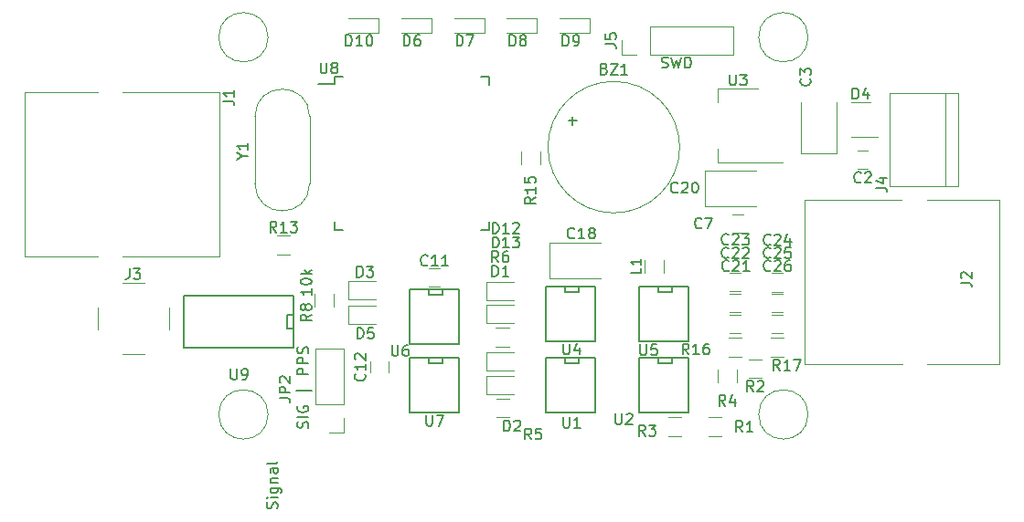
<source format=gto>
G04 #@! TF.GenerationSoftware,KiCad,Pcbnew,5.0.1*
G04 #@! TF.CreationDate,2019-03-19T18:21:43+03:00*
G04 #@! TF.ProjectId,gps-timestamper,6770732D74696D657374616D7065722E,rev?*
G04 #@! TF.SameCoordinates,Original*
G04 #@! TF.FileFunction,Legend,Top*
G04 #@! TF.FilePolarity,Positive*
%FSLAX46Y46*%
G04 Gerber Fmt 4.6, Leading zero omitted, Abs format (unit mm)*
G04 Created by KiCad (PCBNEW 5.0.1) date Вт 19 мар 2019 18:21:43*
%MOMM*%
%LPD*%
G01*
G04 APERTURE LIST*
%ADD10C,0.200000*%
%ADD11C,0.150000*%
%ADD12C,0.120000*%
G04 APERTURE END LIST*
D10*
X43954761Y-61738095D02*
X44002380Y-61595238D01*
X44002380Y-61357142D01*
X43954761Y-61261904D01*
X43907142Y-61214285D01*
X43811904Y-61166666D01*
X43716666Y-61166666D01*
X43621428Y-61214285D01*
X43573809Y-61261904D01*
X43526190Y-61357142D01*
X43478571Y-61547619D01*
X43430952Y-61642857D01*
X43383333Y-61690476D01*
X43288095Y-61738095D01*
X43192857Y-61738095D01*
X43097619Y-61690476D01*
X43050000Y-61642857D01*
X43002380Y-61547619D01*
X43002380Y-61309523D01*
X43050000Y-61166666D01*
X44002380Y-60738095D02*
X43002380Y-60738095D01*
X43050000Y-59738095D02*
X43002380Y-59833333D01*
X43002380Y-59976190D01*
X43050000Y-60119047D01*
X43145238Y-60214285D01*
X43240476Y-60261904D01*
X43430952Y-60309523D01*
X43573809Y-60309523D01*
X43764285Y-60261904D01*
X43859523Y-60214285D01*
X43954761Y-60119047D01*
X44002380Y-59976190D01*
X44002380Y-59880952D01*
X43954761Y-59738095D01*
X43907142Y-59690476D01*
X43573809Y-59690476D01*
X43573809Y-59880952D01*
X44335714Y-58261904D02*
X42907142Y-58261904D01*
X44002380Y-56785714D02*
X43002380Y-56785714D01*
X43002380Y-56404761D01*
X43050000Y-56309523D01*
X43097619Y-56261904D01*
X43192857Y-56214285D01*
X43335714Y-56214285D01*
X43430952Y-56261904D01*
X43478571Y-56309523D01*
X43526190Y-56404761D01*
X43526190Y-56785714D01*
X44002380Y-55785714D02*
X43002380Y-55785714D01*
X43002380Y-55404761D01*
X43050000Y-55309523D01*
X43097619Y-55261904D01*
X43192857Y-55214285D01*
X43335714Y-55214285D01*
X43430952Y-55261904D01*
X43478571Y-55309523D01*
X43526190Y-55404761D01*
X43526190Y-55785714D01*
X43954761Y-54833333D02*
X44002380Y-54690476D01*
X44002380Y-54452380D01*
X43954761Y-54357142D01*
X43907142Y-54309523D01*
X43811904Y-54261904D01*
X43716666Y-54261904D01*
X43621428Y-54309523D01*
X43573809Y-54357142D01*
X43526190Y-54452380D01*
X43478571Y-54642857D01*
X43430952Y-54738095D01*
X43383333Y-54785714D01*
X43288095Y-54833333D01*
X43192857Y-54833333D01*
X43097619Y-54785714D01*
X43050000Y-54738095D01*
X43002380Y-54642857D01*
X43002380Y-54404761D01*
X43050000Y-54261904D01*
X41114761Y-69222857D02*
X41162380Y-69080000D01*
X41162380Y-68841904D01*
X41114761Y-68746666D01*
X41067142Y-68699047D01*
X40971904Y-68651428D01*
X40876666Y-68651428D01*
X40781428Y-68699047D01*
X40733809Y-68746666D01*
X40686190Y-68841904D01*
X40638571Y-69032380D01*
X40590952Y-69127619D01*
X40543333Y-69175238D01*
X40448095Y-69222857D01*
X40352857Y-69222857D01*
X40257619Y-69175238D01*
X40210000Y-69127619D01*
X40162380Y-69032380D01*
X40162380Y-68794285D01*
X40210000Y-68651428D01*
X41162380Y-68222857D02*
X40495714Y-68222857D01*
X40162380Y-68222857D02*
X40210000Y-68270476D01*
X40257619Y-68222857D01*
X40210000Y-68175238D01*
X40162380Y-68222857D01*
X40257619Y-68222857D01*
X40495714Y-67318095D02*
X41305238Y-67318095D01*
X41400476Y-67365714D01*
X41448095Y-67413333D01*
X41495714Y-67508571D01*
X41495714Y-67651428D01*
X41448095Y-67746666D01*
X41114761Y-67318095D02*
X41162380Y-67413333D01*
X41162380Y-67603809D01*
X41114761Y-67699047D01*
X41067142Y-67746666D01*
X40971904Y-67794285D01*
X40686190Y-67794285D01*
X40590952Y-67746666D01*
X40543333Y-67699047D01*
X40495714Y-67603809D01*
X40495714Y-67413333D01*
X40543333Y-67318095D01*
X40495714Y-66841904D02*
X41162380Y-66841904D01*
X40590952Y-66841904D02*
X40543333Y-66794285D01*
X40495714Y-66699047D01*
X40495714Y-66556190D01*
X40543333Y-66460952D01*
X40638571Y-66413333D01*
X41162380Y-66413333D01*
X41162380Y-65508571D02*
X40638571Y-65508571D01*
X40543333Y-65556190D01*
X40495714Y-65651428D01*
X40495714Y-65841904D01*
X40543333Y-65937142D01*
X41114761Y-65508571D02*
X41162380Y-65603809D01*
X41162380Y-65841904D01*
X41114761Y-65937142D01*
X41019523Y-65984761D01*
X40924285Y-65984761D01*
X40829047Y-65937142D01*
X40781428Y-65841904D01*
X40781428Y-65603809D01*
X40733809Y-65508571D01*
X41162380Y-64889523D02*
X41114761Y-64984761D01*
X41019523Y-65032380D01*
X40162380Y-65032380D01*
D11*
G04 #@! TO.C,U8*
X46475000Y-29150000D02*
X46475000Y-29800000D01*
X60725000Y-29150000D02*
X60725000Y-29910000D01*
X60725000Y-43400000D02*
X60725000Y-42640000D01*
X46475000Y-43400000D02*
X46475000Y-42640000D01*
X46475000Y-29150000D02*
X47235000Y-29150000D01*
X46475000Y-43400000D02*
X47235000Y-43400000D01*
X60725000Y-43400000D02*
X59965000Y-43400000D01*
X60725000Y-29150000D02*
X59965000Y-29150000D01*
X46475000Y-29800000D02*
X44950000Y-29800000D01*
D12*
G04 #@! TO.C,REF\002A\002A*
X90286000Y-60500000D02*
G75*
G03X90286000Y-60500000I-2286000J0D01*
G01*
X40286000Y-60500000D02*
G75*
G03X40286000Y-60500000I-2286000J0D01*
G01*
X90286000Y-25500000D02*
G75*
G03X90286000Y-25500000I-2286000J0D01*
G01*
G04 #@! TO.C,BZ1*
X78400000Y-35700000D02*
G75*
G03X78400000Y-35700000I-6100000J0D01*
G01*
G04 #@! TO.C,C2*
X94850000Y-37750000D02*
X95850000Y-37750000D01*
X95850000Y-36050000D02*
X94850000Y-36050000D01*
G04 #@! TO.C,C3*
X89650000Y-36300000D02*
X89650000Y-31550000D01*
X92950000Y-36300000D02*
X92950000Y-31550000D01*
X89650000Y-36300000D02*
X92950000Y-36300000D01*
G04 #@! TO.C,C7*
X84300000Y-41950000D02*
X83300000Y-41950000D01*
X83300000Y-43650000D02*
X84300000Y-43650000D01*
G04 #@! TO.C,C11*
X56200000Y-46900000D02*
X55200000Y-46900000D01*
X55200000Y-48600000D02*
X56200000Y-48600000D01*
G04 #@! TO.C,C12*
X49750000Y-55600000D02*
X49750000Y-56600000D01*
X51450000Y-56600000D02*
X51450000Y-55600000D01*
G04 #@! TO.C,C18*
X66340000Y-44600000D02*
X71090000Y-44600000D01*
X66340000Y-47900000D02*
X71090000Y-47900000D01*
X66340000Y-44600000D02*
X66340000Y-47900000D01*
G04 #@! TO.C,C20*
X80700000Y-37850000D02*
X85450000Y-37850000D01*
X80700000Y-41150000D02*
X85450000Y-41150000D01*
X80700000Y-37850000D02*
X80700000Y-41150000D01*
G04 #@! TO.C,D3*
X47750000Y-48150000D02*
X47750000Y-49850000D01*
X47750000Y-49850000D02*
X50300000Y-49850000D01*
X47750000Y-48150000D02*
X50300000Y-48150000D01*
G04 #@! TO.C,D4*
X96050000Y-31540000D02*
X94250000Y-31540000D01*
X94250000Y-34760000D02*
X96700000Y-34760000D01*
G04 #@! TO.C,D5*
X47750000Y-50400000D02*
X47750000Y-52100000D01*
X47750000Y-52100000D02*
X50300000Y-52100000D01*
X47750000Y-50400000D02*
X50300000Y-50400000D01*
G04 #@! TO.C,D6*
X55400000Y-25100000D02*
X55400000Y-23700000D01*
X55400000Y-23700000D02*
X52600000Y-23700000D01*
X55400000Y-25100000D02*
X52600000Y-25100000D01*
G04 #@! TO.C,D7*
X60300000Y-25100000D02*
X60300000Y-23700000D01*
X60300000Y-23700000D02*
X57500000Y-23700000D01*
X60300000Y-25100000D02*
X57500000Y-25100000D01*
G04 #@! TO.C,D8*
X65200000Y-25100000D02*
X65200000Y-23700000D01*
X65200000Y-23700000D02*
X62400000Y-23700000D01*
X65200000Y-25100000D02*
X62400000Y-25100000D01*
G04 #@! TO.C,D9*
X70100000Y-25100000D02*
X70100000Y-23700000D01*
X70100000Y-23700000D02*
X67300000Y-23700000D01*
X70100000Y-25100000D02*
X67300000Y-25100000D01*
G04 #@! TO.C,D10*
X50500000Y-25100000D02*
X50500000Y-23700000D01*
X50500000Y-23700000D02*
X47700000Y-23700000D01*
X50500000Y-25100000D02*
X47700000Y-25100000D01*
G04 #@! TO.C,J1*
X17780000Y-30580000D02*
X17780000Y-45820000D01*
X35810000Y-45820000D02*
X26820000Y-45810000D01*
X35810000Y-45820000D02*
X35810000Y-30580000D01*
X35810000Y-30580000D02*
X26810000Y-30580000D01*
X24480000Y-45810000D02*
X17780000Y-45820000D01*
X24490000Y-30580000D02*
X17780000Y-30580000D01*
G04 #@! TO.C,J5*
X75670000Y-27130000D02*
X83350000Y-27130000D01*
X83350000Y-27130000D02*
X83350000Y-24470000D01*
X83350000Y-24470000D02*
X75670000Y-24470000D01*
X75670000Y-24470000D02*
X75670000Y-27130000D01*
X74400000Y-27130000D02*
X73070000Y-27130000D01*
X73070000Y-27130000D02*
X73070000Y-25800000D01*
G04 #@! TO.C,L1*
X76930000Y-46150000D02*
X76930000Y-47350000D01*
X75170000Y-47350000D02*
X75170000Y-46150000D01*
G04 #@! TO.C,R8*
X46380000Y-49300000D02*
X46380000Y-50500000D01*
X44620000Y-50500000D02*
X44620000Y-49300000D01*
G04 #@! TO.C,R13*
X42300000Y-45680000D02*
X41100000Y-45680000D01*
X41100000Y-43920000D02*
X42300000Y-43920000D01*
G04 #@! TO.C,R15*
X65480000Y-36100000D02*
X65480000Y-37300000D01*
X63720000Y-37300000D02*
X63720000Y-36100000D01*
G04 #@! TO.C,U3*
X81890000Y-30290000D02*
X81890000Y-31550000D01*
X81890000Y-37110000D02*
X81890000Y-35850000D01*
X85650000Y-30290000D02*
X81890000Y-30290000D01*
X87900000Y-37110000D02*
X81890000Y-37110000D01*
G04 #@! TO.C,Y1*
X44125000Y-32840000D02*
X44125000Y-39090000D01*
X39075000Y-32840000D02*
X39075000Y-39090000D01*
X39075000Y-32840000D02*
G75*
G02X44125000Y-32840000I2525000J0D01*
G01*
X39075000Y-39090000D02*
G75*
G03X44125000Y-39090000I2525000J0D01*
G01*
G04 #@! TO.C,REF\002A\002A*
X40286000Y-25500000D02*
G75*
G03X40286000Y-25500000I-2286000J0D01*
G01*
G04 #@! TO.C,C21*
X83050000Y-52950000D02*
X84050000Y-52950000D01*
X84050000Y-51250000D02*
X83050000Y-51250000D01*
G04 #@! TO.C,C22*
X83050000Y-51000000D02*
X84050000Y-51000000D01*
X84050000Y-49300000D02*
X83050000Y-49300000D01*
G04 #@! TO.C,C23*
X83050000Y-49050000D02*
X84050000Y-49050000D01*
X84050000Y-47350000D02*
X83050000Y-47350000D01*
G04 #@! TO.C,C24*
X87950000Y-47400000D02*
X86950000Y-47400000D01*
X86950000Y-49100000D02*
X87950000Y-49100000D01*
G04 #@! TO.C,C25*
X87950000Y-49300000D02*
X86950000Y-49300000D01*
X86950000Y-51000000D02*
X87950000Y-51000000D01*
G04 #@! TO.C,C26*
X87950000Y-51250000D02*
X86950000Y-51250000D01*
X86950000Y-52950000D02*
X87950000Y-52950000D01*
G04 #@! TO.C,J2*
X108020000Y-55820000D02*
X108020000Y-40580000D01*
X89990000Y-40580000D02*
X98980000Y-40590000D01*
X89990000Y-40580000D02*
X89990000Y-55820000D01*
X89990000Y-55820000D02*
X98990000Y-55820000D01*
X101320000Y-40590000D02*
X108020000Y-40580000D01*
X101310000Y-55820000D02*
X108020000Y-55820000D01*
G04 #@! TO.C,J4*
X104230000Y-39350000D02*
X104230000Y-30650000D01*
X97820000Y-39350000D02*
X97820000Y-30650000D01*
X97820000Y-30650000D02*
X104230000Y-30650000D01*
X103000000Y-30650000D02*
X103000000Y-39350000D01*
X104230000Y-39350000D02*
X97820000Y-39350000D01*
G04 #@! TO.C,R16*
X82950000Y-53370000D02*
X84150000Y-53370000D01*
X84150000Y-55130000D02*
X82950000Y-55130000D01*
G04 #@! TO.C,R17*
X86850000Y-53370000D02*
X88050000Y-53370000D01*
X88050000Y-55130000D02*
X86850000Y-55130000D01*
G04 #@! TO.C,J3*
X26800000Y-48300000D02*
X28800000Y-48300000D01*
X26800000Y-54900000D02*
X28800000Y-54900000D01*
X31100000Y-50600000D02*
X31100000Y-52600000D01*
X24500000Y-50600000D02*
X24500000Y-52600000D01*
D11*
G04 #@! TO.C,U9*
X32520000Y-54286000D02*
X32520000Y-49460000D01*
X32520000Y-49460000D02*
X42680000Y-49460000D01*
X42680000Y-49460000D02*
X42680000Y-54286000D01*
X42680000Y-54286000D02*
X32520000Y-54286000D01*
X42680000Y-52508000D02*
X42045000Y-52508000D01*
X42045000Y-52508000D02*
X42045000Y-51238000D01*
X42045000Y-51238000D02*
X42680000Y-51238000D01*
D12*
G04 #@! TO.C,JP2*
X47310000Y-59550000D02*
X47310000Y-54410000D01*
X47310000Y-54410000D02*
X44650000Y-54410000D01*
X44650000Y-54410000D02*
X44650000Y-59550000D01*
X44650000Y-59550000D02*
X47310000Y-59550000D01*
X47310000Y-60820000D02*
X47310000Y-62150000D01*
X47310000Y-62150000D02*
X45980000Y-62150000D01*
D11*
G04 #@! TO.C,U6*
X57986000Y-48860000D02*
X57986000Y-53940000D01*
X57986000Y-53940000D02*
X53414000Y-53940000D01*
X53414000Y-53940000D02*
X53414000Y-48860000D01*
X53414000Y-48860000D02*
X57986000Y-48860000D01*
X56462000Y-48860000D02*
X56462000Y-49368000D01*
X56462000Y-49368000D02*
X55192000Y-49368000D01*
X55192000Y-49368000D02*
X55192000Y-48860000D01*
G04 #@! TO.C,U7*
X57986000Y-55210000D02*
X57986000Y-60290000D01*
X57986000Y-60290000D02*
X53414000Y-60290000D01*
X53414000Y-60290000D02*
X53414000Y-55210000D01*
X53414000Y-55210000D02*
X57986000Y-55210000D01*
X56462000Y-55210000D02*
X56462000Y-55718000D01*
X56462000Y-55718000D02*
X55192000Y-55718000D01*
X55192000Y-55718000D02*
X55192000Y-55210000D01*
D12*
G04 #@! TO.C,D1*
X60526800Y-54725200D02*
X60526800Y-56425200D01*
X60526800Y-56425200D02*
X63076800Y-56425200D01*
X60526800Y-54725200D02*
X63076800Y-54725200D01*
G04 #@! TO.C,D2*
X60526800Y-56909600D02*
X60526800Y-58609600D01*
X60526800Y-58609600D02*
X63076800Y-58609600D01*
X60526800Y-56909600D02*
X63076800Y-56909600D01*
G04 #@! TO.C,D12*
X60476000Y-48172000D02*
X63026000Y-48172000D01*
X60476000Y-49872000D02*
X63026000Y-49872000D01*
X60476000Y-48172000D02*
X60476000Y-49872000D01*
G04 #@! TO.C,D13*
X60476000Y-50356400D02*
X63026000Y-50356400D01*
X60476000Y-52056400D02*
X63026000Y-52056400D01*
X60476000Y-50356400D02*
X60476000Y-52056400D01*
G04 #@! TO.C,R1*
X81050800Y-60740400D02*
X82250800Y-60740400D01*
X82250800Y-62500400D02*
X81050800Y-62500400D01*
G04 #@! TO.C,R2*
X86010000Y-57141000D02*
X84810000Y-57141000D01*
X84810000Y-55381000D02*
X86010000Y-55381000D01*
G04 #@! TO.C,R3*
X77342400Y-60740400D02*
X78542400Y-60740400D01*
X78542400Y-62500400D02*
X77342400Y-62500400D01*
G04 #@! TO.C,R4*
X81924000Y-57557000D02*
X81924000Y-56357000D01*
X83684000Y-56357000D02*
X83684000Y-57557000D01*
G04 #@! TO.C,R5*
X62626800Y-60773200D02*
X61426800Y-60773200D01*
X61426800Y-59013200D02*
X62626800Y-59013200D01*
G04 #@! TO.C,R6*
X61391200Y-52460000D02*
X62591200Y-52460000D01*
X62591200Y-54220000D02*
X61391200Y-54220000D01*
D11*
G04 #@! TO.C,U1*
X70561200Y-55270400D02*
X70561200Y-60350400D01*
X70561200Y-60350400D02*
X65989200Y-60350400D01*
X65989200Y-60350400D02*
X65989200Y-55270400D01*
X65989200Y-55270400D02*
X70561200Y-55270400D01*
X69037200Y-55270400D02*
X69037200Y-55778400D01*
X69037200Y-55778400D02*
X67767200Y-55778400D01*
X67767200Y-55778400D02*
X67767200Y-55270400D01*
G04 #@! TO.C,U2*
X76454000Y-55778400D02*
X76454000Y-55270400D01*
X77724000Y-55778400D02*
X76454000Y-55778400D01*
X77724000Y-55270400D02*
X77724000Y-55778400D01*
X74676000Y-55270400D02*
X79248000Y-55270400D01*
X74676000Y-60350400D02*
X74676000Y-55270400D01*
X79248000Y-60350400D02*
X74676000Y-60350400D01*
X79248000Y-55270400D02*
X79248000Y-60350400D01*
G04 #@! TO.C,U4*
X70561200Y-48615600D02*
X70561200Y-53695600D01*
X70561200Y-53695600D02*
X65989200Y-53695600D01*
X65989200Y-53695600D02*
X65989200Y-48615600D01*
X65989200Y-48615600D02*
X70561200Y-48615600D01*
X69037200Y-48615600D02*
X69037200Y-49123600D01*
X69037200Y-49123600D02*
X67767200Y-49123600D01*
X67767200Y-49123600D02*
X67767200Y-48615600D01*
G04 #@! TO.C,U5*
X76454000Y-49174400D02*
X76454000Y-48666400D01*
X77724000Y-49174400D02*
X76454000Y-49174400D01*
X77724000Y-48666400D02*
X77724000Y-49174400D01*
X74676000Y-48666400D02*
X79248000Y-48666400D01*
X74676000Y-53746400D02*
X74676000Y-48666400D01*
X79248000Y-53746400D02*
X74676000Y-53746400D01*
X79248000Y-48666400D02*
X79248000Y-53746400D01*
G04 #@! TO.C,U8*
X45138095Y-27852380D02*
X45138095Y-28661904D01*
X45185714Y-28757142D01*
X45233333Y-28804761D01*
X45328571Y-28852380D01*
X45519047Y-28852380D01*
X45614285Y-28804761D01*
X45661904Y-28757142D01*
X45709523Y-28661904D01*
X45709523Y-27852380D01*
X46328571Y-28280952D02*
X46233333Y-28233333D01*
X46185714Y-28185714D01*
X46138095Y-28090476D01*
X46138095Y-28042857D01*
X46185714Y-27947619D01*
X46233333Y-27900000D01*
X46328571Y-27852380D01*
X46519047Y-27852380D01*
X46614285Y-27900000D01*
X46661904Y-27947619D01*
X46709523Y-28042857D01*
X46709523Y-28090476D01*
X46661904Y-28185714D01*
X46614285Y-28233333D01*
X46519047Y-28280952D01*
X46328571Y-28280952D01*
X46233333Y-28328571D01*
X46185714Y-28376190D01*
X46138095Y-28471428D01*
X46138095Y-28661904D01*
X46185714Y-28757142D01*
X46233333Y-28804761D01*
X46328571Y-28852380D01*
X46519047Y-28852380D01*
X46614285Y-28804761D01*
X46661904Y-28757142D01*
X46709523Y-28661904D01*
X46709523Y-28471428D01*
X46661904Y-28376190D01*
X46614285Y-28328571D01*
X46519047Y-28280952D01*
G04 #@! TO.C,BZ1*
X71419047Y-28428571D02*
X71561904Y-28476190D01*
X71609523Y-28523809D01*
X71657142Y-28619047D01*
X71657142Y-28761904D01*
X71609523Y-28857142D01*
X71561904Y-28904761D01*
X71466666Y-28952380D01*
X71085714Y-28952380D01*
X71085714Y-27952380D01*
X71419047Y-27952380D01*
X71514285Y-28000000D01*
X71561904Y-28047619D01*
X71609523Y-28142857D01*
X71609523Y-28238095D01*
X71561904Y-28333333D01*
X71514285Y-28380952D01*
X71419047Y-28428571D01*
X71085714Y-28428571D01*
X71990476Y-27952380D02*
X72657142Y-27952380D01*
X71990476Y-28952380D01*
X72657142Y-28952380D01*
X73561904Y-28952380D02*
X72990476Y-28952380D01*
X73276190Y-28952380D02*
X73276190Y-27952380D01*
X73180952Y-28095238D01*
X73085714Y-28190476D01*
X72990476Y-28238095D01*
X68109047Y-33231428D02*
X68870952Y-33231428D01*
X68490000Y-33612380D02*
X68490000Y-32850476D01*
G04 #@! TO.C,C2*
X95183333Y-38907142D02*
X95135714Y-38954761D01*
X94992857Y-39002380D01*
X94897619Y-39002380D01*
X94754761Y-38954761D01*
X94659523Y-38859523D01*
X94611904Y-38764285D01*
X94564285Y-38573809D01*
X94564285Y-38430952D01*
X94611904Y-38240476D01*
X94659523Y-38145238D01*
X94754761Y-38050000D01*
X94897619Y-38002380D01*
X94992857Y-38002380D01*
X95135714Y-38050000D01*
X95183333Y-38097619D01*
X95564285Y-38097619D02*
X95611904Y-38050000D01*
X95707142Y-38002380D01*
X95945238Y-38002380D01*
X96040476Y-38050000D01*
X96088095Y-38097619D01*
X96135714Y-38192857D01*
X96135714Y-38288095D01*
X96088095Y-38430952D01*
X95516666Y-39002380D01*
X96135714Y-39002380D01*
G04 #@! TO.C,C3*
X90457142Y-29366666D02*
X90504761Y-29414285D01*
X90552380Y-29557142D01*
X90552380Y-29652380D01*
X90504761Y-29795238D01*
X90409523Y-29890476D01*
X90314285Y-29938095D01*
X90123809Y-29985714D01*
X89980952Y-29985714D01*
X89790476Y-29938095D01*
X89695238Y-29890476D01*
X89600000Y-29795238D01*
X89552380Y-29652380D01*
X89552380Y-29557142D01*
X89600000Y-29414285D01*
X89647619Y-29366666D01*
X89552380Y-29033333D02*
X89552380Y-28414285D01*
X89933333Y-28747619D01*
X89933333Y-28604761D01*
X89980952Y-28509523D01*
X90028571Y-28461904D01*
X90123809Y-28414285D01*
X90361904Y-28414285D01*
X90457142Y-28461904D01*
X90504761Y-28509523D01*
X90552380Y-28604761D01*
X90552380Y-28890476D01*
X90504761Y-28985714D01*
X90457142Y-29033333D01*
G04 #@! TO.C,C7*
X80433333Y-43157142D02*
X80385714Y-43204761D01*
X80242857Y-43252380D01*
X80147619Y-43252380D01*
X80004761Y-43204761D01*
X79909523Y-43109523D01*
X79861904Y-43014285D01*
X79814285Y-42823809D01*
X79814285Y-42680952D01*
X79861904Y-42490476D01*
X79909523Y-42395238D01*
X80004761Y-42300000D01*
X80147619Y-42252380D01*
X80242857Y-42252380D01*
X80385714Y-42300000D01*
X80433333Y-42347619D01*
X80766666Y-42252380D02*
X81433333Y-42252380D01*
X81004761Y-43252380D01*
G04 #@! TO.C,C11*
X55057142Y-46607142D02*
X55009523Y-46654761D01*
X54866666Y-46702380D01*
X54771428Y-46702380D01*
X54628571Y-46654761D01*
X54533333Y-46559523D01*
X54485714Y-46464285D01*
X54438095Y-46273809D01*
X54438095Y-46130952D01*
X54485714Y-45940476D01*
X54533333Y-45845238D01*
X54628571Y-45750000D01*
X54771428Y-45702380D01*
X54866666Y-45702380D01*
X55009523Y-45750000D01*
X55057142Y-45797619D01*
X56009523Y-46702380D02*
X55438095Y-46702380D01*
X55723809Y-46702380D02*
X55723809Y-45702380D01*
X55628571Y-45845238D01*
X55533333Y-45940476D01*
X55438095Y-45988095D01*
X56961904Y-46702380D02*
X56390476Y-46702380D01*
X56676190Y-46702380D02*
X56676190Y-45702380D01*
X56580952Y-45845238D01*
X56485714Y-45940476D01*
X56390476Y-45988095D01*
G04 #@! TO.C,C12*
X49207142Y-56742857D02*
X49254761Y-56790476D01*
X49302380Y-56933333D01*
X49302380Y-57028571D01*
X49254761Y-57171428D01*
X49159523Y-57266666D01*
X49064285Y-57314285D01*
X48873809Y-57361904D01*
X48730952Y-57361904D01*
X48540476Y-57314285D01*
X48445238Y-57266666D01*
X48350000Y-57171428D01*
X48302380Y-57028571D01*
X48302380Y-56933333D01*
X48350000Y-56790476D01*
X48397619Y-56742857D01*
X49302380Y-55790476D02*
X49302380Y-56361904D01*
X49302380Y-56076190D02*
X48302380Y-56076190D01*
X48445238Y-56171428D01*
X48540476Y-56266666D01*
X48588095Y-56361904D01*
X48397619Y-55409523D02*
X48350000Y-55361904D01*
X48302380Y-55266666D01*
X48302380Y-55028571D01*
X48350000Y-54933333D01*
X48397619Y-54885714D01*
X48492857Y-54838095D01*
X48588095Y-54838095D01*
X48730952Y-54885714D01*
X49302380Y-55457142D01*
X49302380Y-54838095D01*
G04 #@! TO.C,C18*
X68647142Y-44082142D02*
X68599523Y-44129761D01*
X68456666Y-44177380D01*
X68361428Y-44177380D01*
X68218571Y-44129761D01*
X68123333Y-44034523D01*
X68075714Y-43939285D01*
X68028095Y-43748809D01*
X68028095Y-43605952D01*
X68075714Y-43415476D01*
X68123333Y-43320238D01*
X68218571Y-43225000D01*
X68361428Y-43177380D01*
X68456666Y-43177380D01*
X68599523Y-43225000D01*
X68647142Y-43272619D01*
X69599523Y-44177380D02*
X69028095Y-44177380D01*
X69313809Y-44177380D02*
X69313809Y-43177380D01*
X69218571Y-43320238D01*
X69123333Y-43415476D01*
X69028095Y-43463095D01*
X70170952Y-43605952D02*
X70075714Y-43558333D01*
X70028095Y-43510714D01*
X69980476Y-43415476D01*
X69980476Y-43367857D01*
X70028095Y-43272619D01*
X70075714Y-43225000D01*
X70170952Y-43177380D01*
X70361428Y-43177380D01*
X70456666Y-43225000D01*
X70504285Y-43272619D01*
X70551904Y-43367857D01*
X70551904Y-43415476D01*
X70504285Y-43510714D01*
X70456666Y-43558333D01*
X70361428Y-43605952D01*
X70170952Y-43605952D01*
X70075714Y-43653571D01*
X70028095Y-43701190D01*
X69980476Y-43796428D01*
X69980476Y-43986904D01*
X70028095Y-44082142D01*
X70075714Y-44129761D01*
X70170952Y-44177380D01*
X70361428Y-44177380D01*
X70456666Y-44129761D01*
X70504285Y-44082142D01*
X70551904Y-43986904D01*
X70551904Y-43796428D01*
X70504285Y-43701190D01*
X70456666Y-43653571D01*
X70361428Y-43605952D01*
G04 #@! TO.C,C20*
X78207142Y-39857142D02*
X78159523Y-39904761D01*
X78016666Y-39952380D01*
X77921428Y-39952380D01*
X77778571Y-39904761D01*
X77683333Y-39809523D01*
X77635714Y-39714285D01*
X77588095Y-39523809D01*
X77588095Y-39380952D01*
X77635714Y-39190476D01*
X77683333Y-39095238D01*
X77778571Y-39000000D01*
X77921428Y-38952380D01*
X78016666Y-38952380D01*
X78159523Y-39000000D01*
X78207142Y-39047619D01*
X78588095Y-39047619D02*
X78635714Y-39000000D01*
X78730952Y-38952380D01*
X78969047Y-38952380D01*
X79064285Y-39000000D01*
X79111904Y-39047619D01*
X79159523Y-39142857D01*
X79159523Y-39238095D01*
X79111904Y-39380952D01*
X78540476Y-39952380D01*
X79159523Y-39952380D01*
X79778571Y-38952380D02*
X79873809Y-38952380D01*
X79969047Y-39000000D01*
X80016666Y-39047619D01*
X80064285Y-39142857D01*
X80111904Y-39333333D01*
X80111904Y-39571428D01*
X80064285Y-39761904D01*
X80016666Y-39857142D01*
X79969047Y-39904761D01*
X79873809Y-39952380D01*
X79778571Y-39952380D01*
X79683333Y-39904761D01*
X79635714Y-39857142D01*
X79588095Y-39761904D01*
X79540476Y-39571428D01*
X79540476Y-39333333D01*
X79588095Y-39142857D01*
X79635714Y-39047619D01*
X79683333Y-39000000D01*
X79778571Y-38952380D01*
G04 #@! TO.C,D3*
X48511904Y-47752380D02*
X48511904Y-46752380D01*
X48750000Y-46752380D01*
X48892857Y-46800000D01*
X48988095Y-46895238D01*
X49035714Y-46990476D01*
X49083333Y-47180952D01*
X49083333Y-47323809D01*
X49035714Y-47514285D01*
X48988095Y-47609523D01*
X48892857Y-47704761D01*
X48750000Y-47752380D01*
X48511904Y-47752380D01*
X49416666Y-46752380D02*
X50035714Y-46752380D01*
X49702380Y-47133333D01*
X49845238Y-47133333D01*
X49940476Y-47180952D01*
X49988095Y-47228571D01*
X50035714Y-47323809D01*
X50035714Y-47561904D01*
X49988095Y-47657142D01*
X49940476Y-47704761D01*
X49845238Y-47752380D01*
X49559523Y-47752380D01*
X49464285Y-47704761D01*
X49416666Y-47657142D01*
G04 #@! TO.C,D4*
X94411904Y-31227380D02*
X94411904Y-30227380D01*
X94650000Y-30227380D01*
X94792857Y-30275000D01*
X94888095Y-30370238D01*
X94935714Y-30465476D01*
X94983333Y-30655952D01*
X94983333Y-30798809D01*
X94935714Y-30989285D01*
X94888095Y-31084523D01*
X94792857Y-31179761D01*
X94650000Y-31227380D01*
X94411904Y-31227380D01*
X95840476Y-30560714D02*
X95840476Y-31227380D01*
X95602380Y-30179761D02*
X95364285Y-30894047D01*
X95983333Y-30894047D01*
G04 #@! TO.C,D5*
X48561904Y-53452380D02*
X48561904Y-52452380D01*
X48800000Y-52452380D01*
X48942857Y-52500000D01*
X49038095Y-52595238D01*
X49085714Y-52690476D01*
X49133333Y-52880952D01*
X49133333Y-53023809D01*
X49085714Y-53214285D01*
X49038095Y-53309523D01*
X48942857Y-53404761D01*
X48800000Y-53452380D01*
X48561904Y-53452380D01*
X50038095Y-52452380D02*
X49561904Y-52452380D01*
X49514285Y-52928571D01*
X49561904Y-52880952D01*
X49657142Y-52833333D01*
X49895238Y-52833333D01*
X49990476Y-52880952D01*
X50038095Y-52928571D01*
X50085714Y-53023809D01*
X50085714Y-53261904D01*
X50038095Y-53357142D01*
X49990476Y-53404761D01*
X49895238Y-53452380D01*
X49657142Y-53452380D01*
X49561904Y-53404761D01*
X49514285Y-53357142D01*
G04 #@! TO.C,D6*
X52861904Y-26302380D02*
X52861904Y-25302380D01*
X53100000Y-25302380D01*
X53242857Y-25350000D01*
X53338095Y-25445238D01*
X53385714Y-25540476D01*
X53433333Y-25730952D01*
X53433333Y-25873809D01*
X53385714Y-26064285D01*
X53338095Y-26159523D01*
X53242857Y-26254761D01*
X53100000Y-26302380D01*
X52861904Y-26302380D01*
X54290476Y-25302380D02*
X54100000Y-25302380D01*
X54004761Y-25350000D01*
X53957142Y-25397619D01*
X53861904Y-25540476D01*
X53814285Y-25730952D01*
X53814285Y-26111904D01*
X53861904Y-26207142D01*
X53909523Y-26254761D01*
X54004761Y-26302380D01*
X54195238Y-26302380D01*
X54290476Y-26254761D01*
X54338095Y-26207142D01*
X54385714Y-26111904D01*
X54385714Y-25873809D01*
X54338095Y-25778571D01*
X54290476Y-25730952D01*
X54195238Y-25683333D01*
X54004761Y-25683333D01*
X53909523Y-25730952D01*
X53861904Y-25778571D01*
X53814285Y-25873809D01*
G04 #@! TO.C,D7*
X57761904Y-26302380D02*
X57761904Y-25302380D01*
X58000000Y-25302380D01*
X58142857Y-25350000D01*
X58238095Y-25445238D01*
X58285714Y-25540476D01*
X58333333Y-25730952D01*
X58333333Y-25873809D01*
X58285714Y-26064285D01*
X58238095Y-26159523D01*
X58142857Y-26254761D01*
X58000000Y-26302380D01*
X57761904Y-26302380D01*
X58666666Y-25302380D02*
X59333333Y-25302380D01*
X58904761Y-26302380D01*
G04 #@! TO.C,D8*
X62661904Y-26302380D02*
X62661904Y-25302380D01*
X62900000Y-25302380D01*
X63042857Y-25350000D01*
X63138095Y-25445238D01*
X63185714Y-25540476D01*
X63233333Y-25730952D01*
X63233333Y-25873809D01*
X63185714Y-26064285D01*
X63138095Y-26159523D01*
X63042857Y-26254761D01*
X62900000Y-26302380D01*
X62661904Y-26302380D01*
X63804761Y-25730952D02*
X63709523Y-25683333D01*
X63661904Y-25635714D01*
X63614285Y-25540476D01*
X63614285Y-25492857D01*
X63661904Y-25397619D01*
X63709523Y-25350000D01*
X63804761Y-25302380D01*
X63995238Y-25302380D01*
X64090476Y-25350000D01*
X64138095Y-25397619D01*
X64185714Y-25492857D01*
X64185714Y-25540476D01*
X64138095Y-25635714D01*
X64090476Y-25683333D01*
X63995238Y-25730952D01*
X63804761Y-25730952D01*
X63709523Y-25778571D01*
X63661904Y-25826190D01*
X63614285Y-25921428D01*
X63614285Y-26111904D01*
X63661904Y-26207142D01*
X63709523Y-26254761D01*
X63804761Y-26302380D01*
X63995238Y-26302380D01*
X64090476Y-26254761D01*
X64138095Y-26207142D01*
X64185714Y-26111904D01*
X64185714Y-25921428D01*
X64138095Y-25826190D01*
X64090476Y-25778571D01*
X63995238Y-25730952D01*
G04 #@! TO.C,D9*
X67561904Y-26302380D02*
X67561904Y-25302380D01*
X67800000Y-25302380D01*
X67942857Y-25350000D01*
X68038095Y-25445238D01*
X68085714Y-25540476D01*
X68133333Y-25730952D01*
X68133333Y-25873809D01*
X68085714Y-26064285D01*
X68038095Y-26159523D01*
X67942857Y-26254761D01*
X67800000Y-26302380D01*
X67561904Y-26302380D01*
X68609523Y-26302380D02*
X68800000Y-26302380D01*
X68895238Y-26254761D01*
X68942857Y-26207142D01*
X69038095Y-26064285D01*
X69085714Y-25873809D01*
X69085714Y-25492857D01*
X69038095Y-25397619D01*
X68990476Y-25350000D01*
X68895238Y-25302380D01*
X68704761Y-25302380D01*
X68609523Y-25350000D01*
X68561904Y-25397619D01*
X68514285Y-25492857D01*
X68514285Y-25730952D01*
X68561904Y-25826190D01*
X68609523Y-25873809D01*
X68704761Y-25921428D01*
X68895238Y-25921428D01*
X68990476Y-25873809D01*
X69038095Y-25826190D01*
X69085714Y-25730952D01*
G04 #@! TO.C,D10*
X47485714Y-26302380D02*
X47485714Y-25302380D01*
X47723809Y-25302380D01*
X47866666Y-25350000D01*
X47961904Y-25445238D01*
X48009523Y-25540476D01*
X48057142Y-25730952D01*
X48057142Y-25873809D01*
X48009523Y-26064285D01*
X47961904Y-26159523D01*
X47866666Y-26254761D01*
X47723809Y-26302380D01*
X47485714Y-26302380D01*
X49009523Y-26302380D02*
X48438095Y-26302380D01*
X48723809Y-26302380D02*
X48723809Y-25302380D01*
X48628571Y-25445238D01*
X48533333Y-25540476D01*
X48438095Y-25588095D01*
X49628571Y-25302380D02*
X49723809Y-25302380D01*
X49819047Y-25350000D01*
X49866666Y-25397619D01*
X49914285Y-25492857D01*
X49961904Y-25683333D01*
X49961904Y-25921428D01*
X49914285Y-26111904D01*
X49866666Y-26207142D01*
X49819047Y-26254761D01*
X49723809Y-26302380D01*
X49628571Y-26302380D01*
X49533333Y-26254761D01*
X49485714Y-26207142D01*
X49438095Y-26111904D01*
X49390476Y-25921428D01*
X49390476Y-25683333D01*
X49438095Y-25492857D01*
X49485714Y-25397619D01*
X49533333Y-25350000D01*
X49628571Y-25302380D01*
G04 #@! TO.C,J1*
X36152380Y-31433333D02*
X36866666Y-31433333D01*
X37009523Y-31480952D01*
X37104761Y-31576190D01*
X37152380Y-31719047D01*
X37152380Y-31814285D01*
X37152380Y-30433333D02*
X37152380Y-31004761D01*
X37152380Y-30719047D02*
X36152380Y-30719047D01*
X36295238Y-30814285D01*
X36390476Y-30909523D01*
X36438095Y-31004761D01*
G04 #@! TO.C,J5*
X71522380Y-26133333D02*
X72236666Y-26133333D01*
X72379523Y-26180952D01*
X72474761Y-26276190D01*
X72522380Y-26419047D01*
X72522380Y-26514285D01*
X71522380Y-25180952D02*
X71522380Y-25657142D01*
X71998571Y-25704761D01*
X71950952Y-25657142D01*
X71903333Y-25561904D01*
X71903333Y-25323809D01*
X71950952Y-25228571D01*
X71998571Y-25180952D01*
X72093809Y-25133333D01*
X72331904Y-25133333D01*
X72427142Y-25180952D01*
X72474761Y-25228571D01*
X72522380Y-25323809D01*
X72522380Y-25561904D01*
X72474761Y-25657142D01*
X72427142Y-25704761D01*
X76742857Y-28304761D02*
X76885714Y-28352380D01*
X77123809Y-28352380D01*
X77219047Y-28304761D01*
X77266666Y-28257142D01*
X77314285Y-28161904D01*
X77314285Y-28066666D01*
X77266666Y-27971428D01*
X77219047Y-27923809D01*
X77123809Y-27876190D01*
X76933333Y-27828571D01*
X76838095Y-27780952D01*
X76790476Y-27733333D01*
X76742857Y-27638095D01*
X76742857Y-27542857D01*
X76790476Y-27447619D01*
X76838095Y-27400000D01*
X76933333Y-27352380D01*
X77171428Y-27352380D01*
X77314285Y-27400000D01*
X77647619Y-27352380D02*
X77885714Y-28352380D01*
X78076190Y-27638095D01*
X78266666Y-28352380D01*
X78504761Y-27352380D01*
X78885714Y-28352380D02*
X78885714Y-27352380D01*
X79123809Y-27352380D01*
X79266666Y-27400000D01*
X79361904Y-27495238D01*
X79409523Y-27590476D01*
X79457142Y-27780952D01*
X79457142Y-27923809D01*
X79409523Y-28114285D01*
X79361904Y-28209523D01*
X79266666Y-28304761D01*
X79123809Y-28352380D01*
X78885714Y-28352380D01*
G04 #@! TO.C,L1*
X74852380Y-46916666D02*
X74852380Y-47392857D01*
X73852380Y-47392857D01*
X74852380Y-46059523D02*
X74852380Y-46630952D01*
X74852380Y-46345238D02*
X73852380Y-46345238D01*
X73995238Y-46440476D01*
X74090476Y-46535714D01*
X74138095Y-46630952D01*
G04 #@! TO.C,R8*
X44302380Y-51216666D02*
X43826190Y-51550000D01*
X44302380Y-51788095D02*
X43302380Y-51788095D01*
X43302380Y-51407142D01*
X43350000Y-51311904D01*
X43397619Y-51264285D01*
X43492857Y-51216666D01*
X43635714Y-51216666D01*
X43730952Y-51264285D01*
X43778571Y-51311904D01*
X43826190Y-51407142D01*
X43826190Y-51788095D01*
X43730952Y-50645238D02*
X43683333Y-50740476D01*
X43635714Y-50788095D01*
X43540476Y-50835714D01*
X43492857Y-50835714D01*
X43397619Y-50788095D01*
X43350000Y-50740476D01*
X43302380Y-50645238D01*
X43302380Y-50454761D01*
X43350000Y-50359523D01*
X43397619Y-50311904D01*
X43492857Y-50264285D01*
X43540476Y-50264285D01*
X43635714Y-50311904D01*
X43683333Y-50359523D01*
X43730952Y-50454761D01*
X43730952Y-50645238D01*
X43778571Y-50740476D01*
X43826190Y-50788095D01*
X43921428Y-50835714D01*
X44111904Y-50835714D01*
X44207142Y-50788095D01*
X44254761Y-50740476D01*
X44302380Y-50645238D01*
X44302380Y-50454761D01*
X44254761Y-50359523D01*
X44207142Y-50311904D01*
X44111904Y-50264285D01*
X43921428Y-50264285D01*
X43826190Y-50311904D01*
X43778571Y-50359523D01*
X43730952Y-50454761D01*
X44302380Y-48845238D02*
X44302380Y-49416666D01*
X44302380Y-49130952D02*
X43302380Y-49130952D01*
X43445238Y-49226190D01*
X43540476Y-49321428D01*
X43588095Y-49416666D01*
X43302380Y-48226190D02*
X43302380Y-48130952D01*
X43350000Y-48035714D01*
X43397619Y-47988095D01*
X43492857Y-47940476D01*
X43683333Y-47892857D01*
X43921428Y-47892857D01*
X44111904Y-47940476D01*
X44207142Y-47988095D01*
X44254761Y-48035714D01*
X44302380Y-48130952D01*
X44302380Y-48226190D01*
X44254761Y-48321428D01*
X44207142Y-48369047D01*
X44111904Y-48416666D01*
X43921428Y-48464285D01*
X43683333Y-48464285D01*
X43492857Y-48416666D01*
X43397619Y-48369047D01*
X43350000Y-48321428D01*
X43302380Y-48226190D01*
X44302380Y-47464285D02*
X43302380Y-47464285D01*
X43921428Y-47369047D02*
X44302380Y-47083333D01*
X43635714Y-47083333D02*
X44016666Y-47464285D01*
G04 #@! TO.C,R13*
X41057142Y-43602380D02*
X40723809Y-43126190D01*
X40485714Y-43602380D02*
X40485714Y-42602380D01*
X40866666Y-42602380D01*
X40961904Y-42650000D01*
X41009523Y-42697619D01*
X41057142Y-42792857D01*
X41057142Y-42935714D01*
X41009523Y-43030952D01*
X40961904Y-43078571D01*
X40866666Y-43126190D01*
X40485714Y-43126190D01*
X42009523Y-43602380D02*
X41438095Y-43602380D01*
X41723809Y-43602380D02*
X41723809Y-42602380D01*
X41628571Y-42745238D01*
X41533333Y-42840476D01*
X41438095Y-42888095D01*
X42342857Y-42602380D02*
X42961904Y-42602380D01*
X42628571Y-42983333D01*
X42771428Y-42983333D01*
X42866666Y-43030952D01*
X42914285Y-43078571D01*
X42961904Y-43173809D01*
X42961904Y-43411904D01*
X42914285Y-43507142D01*
X42866666Y-43554761D01*
X42771428Y-43602380D01*
X42485714Y-43602380D01*
X42390476Y-43554761D01*
X42342857Y-43507142D01*
G04 #@! TO.C,R15*
X65052380Y-40342857D02*
X64576190Y-40676190D01*
X65052380Y-40914285D02*
X64052380Y-40914285D01*
X64052380Y-40533333D01*
X64100000Y-40438095D01*
X64147619Y-40390476D01*
X64242857Y-40342857D01*
X64385714Y-40342857D01*
X64480952Y-40390476D01*
X64528571Y-40438095D01*
X64576190Y-40533333D01*
X64576190Y-40914285D01*
X65052380Y-39390476D02*
X65052380Y-39961904D01*
X65052380Y-39676190D02*
X64052380Y-39676190D01*
X64195238Y-39771428D01*
X64290476Y-39866666D01*
X64338095Y-39961904D01*
X64052380Y-38485714D02*
X64052380Y-38961904D01*
X64528571Y-39009523D01*
X64480952Y-38961904D01*
X64433333Y-38866666D01*
X64433333Y-38628571D01*
X64480952Y-38533333D01*
X64528571Y-38485714D01*
X64623809Y-38438095D01*
X64861904Y-38438095D01*
X64957142Y-38485714D01*
X65004761Y-38533333D01*
X65052380Y-38628571D01*
X65052380Y-38866666D01*
X65004761Y-38961904D01*
X64957142Y-39009523D01*
G04 #@! TO.C,U3*
X83038095Y-28952380D02*
X83038095Y-29761904D01*
X83085714Y-29857142D01*
X83133333Y-29904761D01*
X83228571Y-29952380D01*
X83419047Y-29952380D01*
X83514285Y-29904761D01*
X83561904Y-29857142D01*
X83609523Y-29761904D01*
X83609523Y-28952380D01*
X83990476Y-28952380D02*
X84609523Y-28952380D01*
X84276190Y-29333333D01*
X84419047Y-29333333D01*
X84514285Y-29380952D01*
X84561904Y-29428571D01*
X84609523Y-29523809D01*
X84609523Y-29761904D01*
X84561904Y-29857142D01*
X84514285Y-29904761D01*
X84419047Y-29952380D01*
X84133333Y-29952380D01*
X84038095Y-29904761D01*
X83990476Y-29857142D01*
G04 #@! TO.C,Y1*
X37926190Y-36526190D02*
X38402380Y-36526190D01*
X37402380Y-36859523D02*
X37926190Y-36526190D01*
X37402380Y-36192857D01*
X38402380Y-35335714D02*
X38402380Y-35907142D01*
X38402380Y-35621428D02*
X37402380Y-35621428D01*
X37545238Y-35716666D01*
X37640476Y-35811904D01*
X37688095Y-35907142D01*
G04 #@! TO.C,C21*
X82957142Y-47107142D02*
X82909523Y-47154761D01*
X82766666Y-47202380D01*
X82671428Y-47202380D01*
X82528571Y-47154761D01*
X82433333Y-47059523D01*
X82385714Y-46964285D01*
X82338095Y-46773809D01*
X82338095Y-46630952D01*
X82385714Y-46440476D01*
X82433333Y-46345238D01*
X82528571Y-46250000D01*
X82671428Y-46202380D01*
X82766666Y-46202380D01*
X82909523Y-46250000D01*
X82957142Y-46297619D01*
X83338095Y-46297619D02*
X83385714Y-46250000D01*
X83480952Y-46202380D01*
X83719047Y-46202380D01*
X83814285Y-46250000D01*
X83861904Y-46297619D01*
X83909523Y-46392857D01*
X83909523Y-46488095D01*
X83861904Y-46630952D01*
X83290476Y-47202380D01*
X83909523Y-47202380D01*
X84861904Y-47202380D02*
X84290476Y-47202380D01*
X84576190Y-47202380D02*
X84576190Y-46202380D01*
X84480952Y-46345238D01*
X84385714Y-46440476D01*
X84290476Y-46488095D01*
G04 #@! TO.C,C22*
X82907142Y-45907142D02*
X82859523Y-45954761D01*
X82716666Y-46002380D01*
X82621428Y-46002380D01*
X82478571Y-45954761D01*
X82383333Y-45859523D01*
X82335714Y-45764285D01*
X82288095Y-45573809D01*
X82288095Y-45430952D01*
X82335714Y-45240476D01*
X82383333Y-45145238D01*
X82478571Y-45050000D01*
X82621428Y-45002380D01*
X82716666Y-45002380D01*
X82859523Y-45050000D01*
X82907142Y-45097619D01*
X83288095Y-45097619D02*
X83335714Y-45050000D01*
X83430952Y-45002380D01*
X83669047Y-45002380D01*
X83764285Y-45050000D01*
X83811904Y-45097619D01*
X83859523Y-45192857D01*
X83859523Y-45288095D01*
X83811904Y-45430952D01*
X83240476Y-46002380D01*
X83859523Y-46002380D01*
X84240476Y-45097619D02*
X84288095Y-45050000D01*
X84383333Y-45002380D01*
X84621428Y-45002380D01*
X84716666Y-45050000D01*
X84764285Y-45097619D01*
X84811904Y-45192857D01*
X84811904Y-45288095D01*
X84764285Y-45430952D01*
X84192857Y-46002380D01*
X84811904Y-46002380D01*
G04 #@! TO.C,C23*
X82907142Y-44657142D02*
X82859523Y-44704761D01*
X82716666Y-44752380D01*
X82621428Y-44752380D01*
X82478571Y-44704761D01*
X82383333Y-44609523D01*
X82335714Y-44514285D01*
X82288095Y-44323809D01*
X82288095Y-44180952D01*
X82335714Y-43990476D01*
X82383333Y-43895238D01*
X82478571Y-43800000D01*
X82621428Y-43752380D01*
X82716666Y-43752380D01*
X82859523Y-43800000D01*
X82907142Y-43847619D01*
X83288095Y-43847619D02*
X83335714Y-43800000D01*
X83430952Y-43752380D01*
X83669047Y-43752380D01*
X83764285Y-43800000D01*
X83811904Y-43847619D01*
X83859523Y-43942857D01*
X83859523Y-44038095D01*
X83811904Y-44180952D01*
X83240476Y-44752380D01*
X83859523Y-44752380D01*
X84192857Y-43752380D02*
X84811904Y-43752380D01*
X84478571Y-44133333D01*
X84621428Y-44133333D01*
X84716666Y-44180952D01*
X84764285Y-44228571D01*
X84811904Y-44323809D01*
X84811904Y-44561904D01*
X84764285Y-44657142D01*
X84716666Y-44704761D01*
X84621428Y-44752380D01*
X84335714Y-44752380D01*
X84240476Y-44704761D01*
X84192857Y-44657142D01*
G04 #@! TO.C,C24*
X86807142Y-44707142D02*
X86759523Y-44754761D01*
X86616666Y-44802380D01*
X86521428Y-44802380D01*
X86378571Y-44754761D01*
X86283333Y-44659523D01*
X86235714Y-44564285D01*
X86188095Y-44373809D01*
X86188095Y-44230952D01*
X86235714Y-44040476D01*
X86283333Y-43945238D01*
X86378571Y-43850000D01*
X86521428Y-43802380D01*
X86616666Y-43802380D01*
X86759523Y-43850000D01*
X86807142Y-43897619D01*
X87188095Y-43897619D02*
X87235714Y-43850000D01*
X87330952Y-43802380D01*
X87569047Y-43802380D01*
X87664285Y-43850000D01*
X87711904Y-43897619D01*
X87759523Y-43992857D01*
X87759523Y-44088095D01*
X87711904Y-44230952D01*
X87140476Y-44802380D01*
X87759523Y-44802380D01*
X88616666Y-44135714D02*
X88616666Y-44802380D01*
X88378571Y-43754761D02*
X88140476Y-44469047D01*
X88759523Y-44469047D01*
G04 #@! TO.C,C25*
X86807142Y-45907142D02*
X86759523Y-45954761D01*
X86616666Y-46002380D01*
X86521428Y-46002380D01*
X86378571Y-45954761D01*
X86283333Y-45859523D01*
X86235714Y-45764285D01*
X86188095Y-45573809D01*
X86188095Y-45430952D01*
X86235714Y-45240476D01*
X86283333Y-45145238D01*
X86378571Y-45050000D01*
X86521428Y-45002380D01*
X86616666Y-45002380D01*
X86759523Y-45050000D01*
X86807142Y-45097619D01*
X87188095Y-45097619D02*
X87235714Y-45050000D01*
X87330952Y-45002380D01*
X87569047Y-45002380D01*
X87664285Y-45050000D01*
X87711904Y-45097619D01*
X87759523Y-45192857D01*
X87759523Y-45288095D01*
X87711904Y-45430952D01*
X87140476Y-46002380D01*
X87759523Y-46002380D01*
X88664285Y-45002380D02*
X88188095Y-45002380D01*
X88140476Y-45478571D01*
X88188095Y-45430952D01*
X88283333Y-45383333D01*
X88521428Y-45383333D01*
X88616666Y-45430952D01*
X88664285Y-45478571D01*
X88711904Y-45573809D01*
X88711904Y-45811904D01*
X88664285Y-45907142D01*
X88616666Y-45954761D01*
X88521428Y-46002380D01*
X88283333Y-46002380D01*
X88188095Y-45954761D01*
X88140476Y-45907142D01*
G04 #@! TO.C,C26*
X86807142Y-47107142D02*
X86759523Y-47154761D01*
X86616666Y-47202380D01*
X86521428Y-47202380D01*
X86378571Y-47154761D01*
X86283333Y-47059523D01*
X86235714Y-46964285D01*
X86188095Y-46773809D01*
X86188095Y-46630952D01*
X86235714Y-46440476D01*
X86283333Y-46345238D01*
X86378571Y-46250000D01*
X86521428Y-46202380D01*
X86616666Y-46202380D01*
X86759523Y-46250000D01*
X86807142Y-46297619D01*
X87188095Y-46297619D02*
X87235714Y-46250000D01*
X87330952Y-46202380D01*
X87569047Y-46202380D01*
X87664285Y-46250000D01*
X87711904Y-46297619D01*
X87759523Y-46392857D01*
X87759523Y-46488095D01*
X87711904Y-46630952D01*
X87140476Y-47202380D01*
X87759523Y-47202380D01*
X88616666Y-46202380D02*
X88426190Y-46202380D01*
X88330952Y-46250000D01*
X88283333Y-46297619D01*
X88188095Y-46440476D01*
X88140476Y-46630952D01*
X88140476Y-47011904D01*
X88188095Y-47107142D01*
X88235714Y-47154761D01*
X88330952Y-47202380D01*
X88521428Y-47202380D01*
X88616666Y-47154761D01*
X88664285Y-47107142D01*
X88711904Y-47011904D01*
X88711904Y-46773809D01*
X88664285Y-46678571D01*
X88616666Y-46630952D01*
X88521428Y-46583333D01*
X88330952Y-46583333D01*
X88235714Y-46630952D01*
X88188095Y-46678571D01*
X88140476Y-46773809D01*
G04 #@! TO.C,J2*
X104432380Y-48283333D02*
X105146666Y-48283333D01*
X105289523Y-48330952D01*
X105384761Y-48426190D01*
X105432380Y-48569047D01*
X105432380Y-48664285D01*
X104527619Y-47854761D02*
X104480000Y-47807142D01*
X104432380Y-47711904D01*
X104432380Y-47473809D01*
X104480000Y-47378571D01*
X104527619Y-47330952D01*
X104622857Y-47283333D01*
X104718095Y-47283333D01*
X104860952Y-47330952D01*
X105432380Y-47902380D01*
X105432380Y-47283333D01*
G04 #@! TO.C,J4*
X96602380Y-39483333D02*
X97316666Y-39483333D01*
X97459523Y-39530952D01*
X97554761Y-39626190D01*
X97602380Y-39769047D01*
X97602380Y-39864285D01*
X96935714Y-38578571D02*
X97602380Y-38578571D01*
X96554761Y-38816666D02*
X97269047Y-39054761D01*
X97269047Y-38435714D01*
G04 #@! TO.C,R16*
X79240142Y-54935380D02*
X78906809Y-54459190D01*
X78668714Y-54935380D02*
X78668714Y-53935380D01*
X79049666Y-53935380D01*
X79144904Y-53983000D01*
X79192523Y-54030619D01*
X79240142Y-54125857D01*
X79240142Y-54268714D01*
X79192523Y-54363952D01*
X79144904Y-54411571D01*
X79049666Y-54459190D01*
X78668714Y-54459190D01*
X80192523Y-54935380D02*
X79621095Y-54935380D01*
X79906809Y-54935380D02*
X79906809Y-53935380D01*
X79811571Y-54078238D01*
X79716333Y-54173476D01*
X79621095Y-54221095D01*
X81049666Y-53935380D02*
X80859190Y-53935380D01*
X80763952Y-53983000D01*
X80716333Y-54030619D01*
X80621095Y-54173476D01*
X80573476Y-54363952D01*
X80573476Y-54744904D01*
X80621095Y-54840142D01*
X80668714Y-54887761D01*
X80763952Y-54935380D01*
X80954428Y-54935380D01*
X81049666Y-54887761D01*
X81097285Y-54840142D01*
X81144904Y-54744904D01*
X81144904Y-54506809D01*
X81097285Y-54411571D01*
X81049666Y-54363952D01*
X80954428Y-54316333D01*
X80763952Y-54316333D01*
X80668714Y-54363952D01*
X80621095Y-54411571D01*
X80573476Y-54506809D01*
G04 #@! TO.C,R17*
X87685642Y-56395880D02*
X87352309Y-55919690D01*
X87114214Y-56395880D02*
X87114214Y-55395880D01*
X87495166Y-55395880D01*
X87590404Y-55443500D01*
X87638023Y-55491119D01*
X87685642Y-55586357D01*
X87685642Y-55729214D01*
X87638023Y-55824452D01*
X87590404Y-55872071D01*
X87495166Y-55919690D01*
X87114214Y-55919690D01*
X88638023Y-56395880D02*
X88066595Y-56395880D01*
X88352309Y-56395880D02*
X88352309Y-55395880D01*
X88257071Y-55538738D01*
X88161833Y-55633976D01*
X88066595Y-55681595D01*
X88971357Y-55395880D02*
X89638023Y-55395880D01*
X89209452Y-56395880D01*
G04 #@! TO.C,J3*
X27441666Y-46952380D02*
X27441666Y-47666666D01*
X27394047Y-47809523D01*
X27298809Y-47904761D01*
X27155952Y-47952380D01*
X27060714Y-47952380D01*
X27822619Y-46952380D02*
X28441666Y-46952380D01*
X28108333Y-47333333D01*
X28251190Y-47333333D01*
X28346428Y-47380952D01*
X28394047Y-47428571D01*
X28441666Y-47523809D01*
X28441666Y-47761904D01*
X28394047Y-47857142D01*
X28346428Y-47904761D01*
X28251190Y-47952380D01*
X27965476Y-47952380D01*
X27870238Y-47904761D01*
X27822619Y-47857142D01*
G04 #@! TO.C,U9*
X36838095Y-56252380D02*
X36838095Y-57061904D01*
X36885714Y-57157142D01*
X36933333Y-57204761D01*
X37028571Y-57252380D01*
X37219047Y-57252380D01*
X37314285Y-57204761D01*
X37361904Y-57157142D01*
X37409523Y-57061904D01*
X37409523Y-56252380D01*
X37933333Y-57252380D02*
X38123809Y-57252380D01*
X38219047Y-57204761D01*
X38266666Y-57157142D01*
X38361904Y-57014285D01*
X38409523Y-56823809D01*
X38409523Y-56442857D01*
X38361904Y-56347619D01*
X38314285Y-56300000D01*
X38219047Y-56252380D01*
X38028571Y-56252380D01*
X37933333Y-56300000D01*
X37885714Y-56347619D01*
X37838095Y-56442857D01*
X37838095Y-56680952D01*
X37885714Y-56776190D01*
X37933333Y-56823809D01*
X38028571Y-56871428D01*
X38219047Y-56871428D01*
X38314285Y-56823809D01*
X38361904Y-56776190D01*
X38409523Y-56680952D01*
G04 #@! TO.C,JP2*
X41332380Y-58973333D02*
X42046666Y-58973333D01*
X42189523Y-59020952D01*
X42284761Y-59116190D01*
X42332380Y-59259047D01*
X42332380Y-59354285D01*
X42332380Y-58497142D02*
X41332380Y-58497142D01*
X41332380Y-58116190D01*
X41380000Y-58020952D01*
X41427619Y-57973333D01*
X41522857Y-57925714D01*
X41665714Y-57925714D01*
X41760952Y-57973333D01*
X41808571Y-58020952D01*
X41856190Y-58116190D01*
X41856190Y-58497142D01*
X41427619Y-57544761D02*
X41380000Y-57497142D01*
X41332380Y-57401904D01*
X41332380Y-57163809D01*
X41380000Y-57068571D01*
X41427619Y-57020952D01*
X41522857Y-56973333D01*
X41618095Y-56973333D01*
X41760952Y-57020952D01*
X42332380Y-57592380D01*
X42332380Y-56973333D01*
G04 #@! TO.C,U6*
X51752595Y-54062380D02*
X51752595Y-54871904D01*
X51800214Y-54967142D01*
X51847833Y-55014761D01*
X51943071Y-55062380D01*
X52133547Y-55062380D01*
X52228785Y-55014761D01*
X52276404Y-54967142D01*
X52324023Y-54871904D01*
X52324023Y-54062380D01*
X53228785Y-54062380D02*
X53038309Y-54062380D01*
X52943071Y-54110000D01*
X52895452Y-54157619D01*
X52800214Y-54300476D01*
X52752595Y-54490952D01*
X52752595Y-54871904D01*
X52800214Y-54967142D01*
X52847833Y-55014761D01*
X52943071Y-55062380D01*
X53133547Y-55062380D01*
X53228785Y-55014761D01*
X53276404Y-54967142D01*
X53324023Y-54871904D01*
X53324023Y-54633809D01*
X53276404Y-54538571D01*
X53228785Y-54490952D01*
X53133547Y-54443333D01*
X52943071Y-54443333D01*
X52847833Y-54490952D01*
X52800214Y-54538571D01*
X52752595Y-54633809D01*
G04 #@! TO.C,U7*
X54938095Y-60552380D02*
X54938095Y-61361904D01*
X54985714Y-61457142D01*
X55033333Y-61504761D01*
X55128571Y-61552380D01*
X55319047Y-61552380D01*
X55414285Y-61504761D01*
X55461904Y-61457142D01*
X55509523Y-61361904D01*
X55509523Y-60552380D01*
X55890476Y-60552380D02*
X56557142Y-60552380D01*
X56128571Y-61552380D01*
G04 #@! TO.C,D1*
X61047404Y-47696380D02*
X61047404Y-46696380D01*
X61285500Y-46696380D01*
X61428357Y-46744000D01*
X61523595Y-46839238D01*
X61571214Y-46934476D01*
X61618833Y-47124952D01*
X61618833Y-47267809D01*
X61571214Y-47458285D01*
X61523595Y-47553523D01*
X61428357Y-47648761D01*
X61285500Y-47696380D01*
X61047404Y-47696380D01*
X62571214Y-47696380D02*
X61999785Y-47696380D01*
X62285500Y-47696380D02*
X62285500Y-46696380D01*
X62190261Y-46839238D01*
X62095023Y-46934476D01*
X61999785Y-46982095D01*
G04 #@! TO.C,D2*
X62126904Y-62047380D02*
X62126904Y-61047380D01*
X62365000Y-61047380D01*
X62507857Y-61095000D01*
X62603095Y-61190238D01*
X62650714Y-61285476D01*
X62698333Y-61475952D01*
X62698333Y-61618809D01*
X62650714Y-61809285D01*
X62603095Y-61904523D01*
X62507857Y-61999761D01*
X62365000Y-62047380D01*
X62126904Y-62047380D01*
X63079285Y-61142619D02*
X63126904Y-61095000D01*
X63222142Y-61047380D01*
X63460238Y-61047380D01*
X63555476Y-61095000D01*
X63603095Y-61142619D01*
X63650714Y-61237857D01*
X63650714Y-61333095D01*
X63603095Y-61475952D01*
X63031666Y-62047380D01*
X63650714Y-62047380D01*
G04 #@! TO.C,D12*
X61079214Y-43695880D02*
X61079214Y-42695880D01*
X61317309Y-42695880D01*
X61460166Y-42743500D01*
X61555404Y-42838738D01*
X61603023Y-42933976D01*
X61650642Y-43124452D01*
X61650642Y-43267309D01*
X61603023Y-43457785D01*
X61555404Y-43553023D01*
X61460166Y-43648261D01*
X61317309Y-43695880D01*
X61079214Y-43695880D01*
X62603023Y-43695880D02*
X62031595Y-43695880D01*
X62317309Y-43695880D02*
X62317309Y-42695880D01*
X62222071Y-42838738D01*
X62126833Y-42933976D01*
X62031595Y-42981595D01*
X62983976Y-42791119D02*
X63031595Y-42743500D01*
X63126833Y-42695880D01*
X63364928Y-42695880D01*
X63460166Y-42743500D01*
X63507785Y-42791119D01*
X63555404Y-42886357D01*
X63555404Y-42981595D01*
X63507785Y-43124452D01*
X62936357Y-43695880D01*
X63555404Y-43695880D01*
G04 #@! TO.C,D13*
X61079214Y-45029380D02*
X61079214Y-44029380D01*
X61317309Y-44029380D01*
X61460166Y-44077000D01*
X61555404Y-44172238D01*
X61603023Y-44267476D01*
X61650642Y-44457952D01*
X61650642Y-44600809D01*
X61603023Y-44791285D01*
X61555404Y-44886523D01*
X61460166Y-44981761D01*
X61317309Y-45029380D01*
X61079214Y-45029380D01*
X62603023Y-45029380D02*
X62031595Y-45029380D01*
X62317309Y-45029380D02*
X62317309Y-44029380D01*
X62222071Y-44172238D01*
X62126833Y-44267476D01*
X62031595Y-44315095D01*
X62936357Y-44029380D02*
X63555404Y-44029380D01*
X63222071Y-44410333D01*
X63364928Y-44410333D01*
X63460166Y-44457952D01*
X63507785Y-44505571D01*
X63555404Y-44600809D01*
X63555404Y-44838904D01*
X63507785Y-44934142D01*
X63460166Y-44981761D01*
X63364928Y-45029380D01*
X63079214Y-45029380D01*
X62983976Y-44981761D01*
X62936357Y-44934142D01*
G04 #@! TO.C,R1*
X84224833Y-62110880D02*
X83891500Y-61634690D01*
X83653404Y-62110880D02*
X83653404Y-61110880D01*
X84034357Y-61110880D01*
X84129595Y-61158500D01*
X84177214Y-61206119D01*
X84224833Y-61301357D01*
X84224833Y-61444214D01*
X84177214Y-61539452D01*
X84129595Y-61587071D01*
X84034357Y-61634690D01*
X83653404Y-61634690D01*
X85177214Y-62110880D02*
X84605785Y-62110880D01*
X84891500Y-62110880D02*
X84891500Y-61110880D01*
X84796261Y-61253738D01*
X84701023Y-61348976D01*
X84605785Y-61396595D01*
G04 #@! TO.C,R2*
X85243333Y-58363380D02*
X84910000Y-57887190D01*
X84671904Y-58363380D02*
X84671904Y-57363380D01*
X85052857Y-57363380D01*
X85148095Y-57411000D01*
X85195714Y-57458619D01*
X85243333Y-57553857D01*
X85243333Y-57696714D01*
X85195714Y-57791952D01*
X85148095Y-57839571D01*
X85052857Y-57887190D01*
X84671904Y-57887190D01*
X85624285Y-57458619D02*
X85671904Y-57411000D01*
X85767142Y-57363380D01*
X86005238Y-57363380D01*
X86100476Y-57411000D01*
X86148095Y-57458619D01*
X86195714Y-57553857D01*
X86195714Y-57649095D01*
X86148095Y-57791952D01*
X85576666Y-58363380D01*
X86195714Y-58363380D01*
G04 #@! TO.C,R3*
X75207833Y-62491880D02*
X74874500Y-62015690D01*
X74636404Y-62491880D02*
X74636404Y-61491880D01*
X75017357Y-61491880D01*
X75112595Y-61539500D01*
X75160214Y-61587119D01*
X75207833Y-61682357D01*
X75207833Y-61825214D01*
X75160214Y-61920452D01*
X75112595Y-61968071D01*
X75017357Y-62015690D01*
X74636404Y-62015690D01*
X75541166Y-61491880D02*
X76160214Y-61491880D01*
X75826880Y-61872833D01*
X75969738Y-61872833D01*
X76064976Y-61920452D01*
X76112595Y-61968071D01*
X76160214Y-62063309D01*
X76160214Y-62301404D01*
X76112595Y-62396642D01*
X76064976Y-62444261D01*
X75969738Y-62491880D01*
X75684023Y-62491880D01*
X75588785Y-62444261D01*
X75541166Y-62396642D01*
G04 #@! TO.C,R4*
X82637333Y-59697880D02*
X82304000Y-59221690D01*
X82065904Y-59697880D02*
X82065904Y-58697880D01*
X82446857Y-58697880D01*
X82542095Y-58745500D01*
X82589714Y-58793119D01*
X82637333Y-58888357D01*
X82637333Y-59031214D01*
X82589714Y-59126452D01*
X82542095Y-59174071D01*
X82446857Y-59221690D01*
X82065904Y-59221690D01*
X83494476Y-59031214D02*
X83494476Y-59697880D01*
X83256380Y-58650261D02*
X83018285Y-59364547D01*
X83637333Y-59364547D01*
G04 #@! TO.C,R5*
X64666833Y-62809380D02*
X64333500Y-62333190D01*
X64095404Y-62809380D02*
X64095404Y-61809380D01*
X64476357Y-61809380D01*
X64571595Y-61857000D01*
X64619214Y-61904619D01*
X64666833Y-61999857D01*
X64666833Y-62142714D01*
X64619214Y-62237952D01*
X64571595Y-62285571D01*
X64476357Y-62333190D01*
X64095404Y-62333190D01*
X65571595Y-61809380D02*
X65095404Y-61809380D01*
X65047785Y-62285571D01*
X65095404Y-62237952D01*
X65190642Y-62190333D01*
X65428738Y-62190333D01*
X65523976Y-62237952D01*
X65571595Y-62285571D01*
X65619214Y-62380809D01*
X65619214Y-62618904D01*
X65571595Y-62714142D01*
X65523976Y-62761761D01*
X65428738Y-62809380D01*
X65190642Y-62809380D01*
X65095404Y-62761761D01*
X65047785Y-62714142D01*
G04 #@! TO.C,R6*
X61618833Y-46362880D02*
X61285500Y-45886690D01*
X61047404Y-46362880D02*
X61047404Y-45362880D01*
X61428357Y-45362880D01*
X61523595Y-45410500D01*
X61571214Y-45458119D01*
X61618833Y-45553357D01*
X61618833Y-45696214D01*
X61571214Y-45791452D01*
X61523595Y-45839071D01*
X61428357Y-45886690D01*
X61047404Y-45886690D01*
X62475976Y-45362880D02*
X62285500Y-45362880D01*
X62190261Y-45410500D01*
X62142642Y-45458119D01*
X62047404Y-45600976D01*
X61999785Y-45791452D01*
X61999785Y-46172404D01*
X62047404Y-46267642D01*
X62095023Y-46315261D01*
X62190261Y-46362880D01*
X62380738Y-46362880D01*
X62475976Y-46315261D01*
X62523595Y-46267642D01*
X62571214Y-46172404D01*
X62571214Y-45934309D01*
X62523595Y-45839071D01*
X62475976Y-45791452D01*
X62380738Y-45743833D01*
X62190261Y-45743833D01*
X62095023Y-45791452D01*
X62047404Y-45839071D01*
X61999785Y-45934309D01*
G04 #@! TO.C,U1*
X67627595Y-60729880D02*
X67627595Y-61539404D01*
X67675214Y-61634642D01*
X67722833Y-61682261D01*
X67818071Y-61729880D01*
X68008547Y-61729880D01*
X68103785Y-61682261D01*
X68151404Y-61634642D01*
X68199023Y-61539404D01*
X68199023Y-60729880D01*
X69199023Y-61729880D02*
X68627595Y-61729880D01*
X68913309Y-61729880D02*
X68913309Y-60729880D01*
X68818071Y-60872738D01*
X68722833Y-60967976D01*
X68627595Y-61015595D01*
G04 #@! TO.C,U2*
X72453595Y-60412380D02*
X72453595Y-61221904D01*
X72501214Y-61317142D01*
X72548833Y-61364761D01*
X72644071Y-61412380D01*
X72834547Y-61412380D01*
X72929785Y-61364761D01*
X72977404Y-61317142D01*
X73025023Y-61221904D01*
X73025023Y-60412380D01*
X73453595Y-60507619D02*
X73501214Y-60460000D01*
X73596452Y-60412380D01*
X73834547Y-60412380D01*
X73929785Y-60460000D01*
X73977404Y-60507619D01*
X74025023Y-60602857D01*
X74025023Y-60698095D01*
X73977404Y-60840952D01*
X73405976Y-61412380D01*
X74025023Y-61412380D01*
G04 #@! TO.C,U4*
X67627595Y-53935380D02*
X67627595Y-54744904D01*
X67675214Y-54840142D01*
X67722833Y-54887761D01*
X67818071Y-54935380D01*
X68008547Y-54935380D01*
X68103785Y-54887761D01*
X68151404Y-54840142D01*
X68199023Y-54744904D01*
X68199023Y-53935380D01*
X69103785Y-54268714D02*
X69103785Y-54935380D01*
X68865690Y-53887761D02*
X68627595Y-54602047D01*
X69246642Y-54602047D01*
G04 #@! TO.C,U5*
X74739595Y-53998880D02*
X74739595Y-54808404D01*
X74787214Y-54903642D01*
X74834833Y-54951261D01*
X74930071Y-54998880D01*
X75120547Y-54998880D01*
X75215785Y-54951261D01*
X75263404Y-54903642D01*
X75311023Y-54808404D01*
X75311023Y-53998880D01*
X76263404Y-53998880D02*
X75787214Y-53998880D01*
X75739595Y-54475071D01*
X75787214Y-54427452D01*
X75882452Y-54379833D01*
X76120547Y-54379833D01*
X76215785Y-54427452D01*
X76263404Y-54475071D01*
X76311023Y-54570309D01*
X76311023Y-54808404D01*
X76263404Y-54903642D01*
X76215785Y-54951261D01*
X76120547Y-54998880D01*
X75882452Y-54998880D01*
X75787214Y-54951261D01*
X75739595Y-54903642D01*
G04 #@! TD*
M02*

</source>
